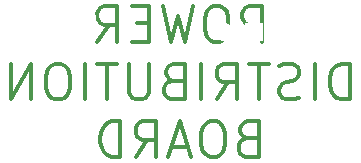
<source format=gbr>
G04 #@! TF.FileFunction,Legend,Bot*
%FSLAX46Y46*%
G04 Gerber Fmt 4.6, Leading zero omitted, Abs format (unit mm)*
G04 Created by KiCad (PCBNEW 4.0.7) date 05/11/18 12:47:43*
%MOMM*%
%LPD*%
G01*
G04 APERTURE LIST*
%ADD10C,0.100000*%
%ADD11C,0.375000*%
%ADD12R,1.600000X1.600000*%
%ADD13C,1.600000*%
%ADD14R,1.800000X1.800000*%
%ADD15O,1.800000X1.800000*%
%ADD16R,3.750000X3.750000*%
%ADD17C,3.750000*%
%ADD18C,3.000000*%
%ADD19C,0.254000*%
G04 APERTURE END LIST*
D10*
D11*
X148178571Y-82632143D02*
X148178571Y-79632143D01*
X147035714Y-79632143D01*
X146750000Y-79775000D01*
X146607143Y-79917857D01*
X146464286Y-80203571D01*
X146464286Y-80632143D01*
X146607143Y-80917857D01*
X146750000Y-81060714D01*
X147035714Y-81203571D01*
X148178571Y-81203571D01*
X144607143Y-79632143D02*
X144035714Y-79632143D01*
X143750000Y-79775000D01*
X143464286Y-80060714D01*
X143321428Y-80632143D01*
X143321428Y-81632143D01*
X143464286Y-82203571D01*
X143750000Y-82489286D01*
X144035714Y-82632143D01*
X144607143Y-82632143D01*
X144892857Y-82489286D01*
X145178571Y-82203571D01*
X145321428Y-81632143D01*
X145321428Y-80632143D01*
X145178571Y-80060714D01*
X144892857Y-79775000D01*
X144607143Y-79632143D01*
X142321429Y-79632143D02*
X141607143Y-82632143D01*
X141035714Y-80489286D01*
X140464286Y-82632143D01*
X139750000Y-79632143D01*
X138607143Y-81060714D02*
X137607143Y-81060714D01*
X137178572Y-82632143D02*
X138607143Y-82632143D01*
X138607143Y-79632143D01*
X137178572Y-79632143D01*
X134178572Y-82632143D02*
X135178572Y-81203571D01*
X135892857Y-82632143D02*
X135892857Y-79632143D01*
X134750000Y-79632143D01*
X134464286Y-79775000D01*
X134321429Y-79917857D01*
X134178572Y-80203571D01*
X134178572Y-80632143D01*
X134321429Y-80917857D01*
X134464286Y-81060714D01*
X134750000Y-81203571D01*
X135892857Y-81203571D01*
X155607141Y-87507143D02*
X155607141Y-84507143D01*
X154892856Y-84507143D01*
X154464284Y-84650000D01*
X154178570Y-84935714D01*
X154035713Y-85221429D01*
X153892856Y-85792857D01*
X153892856Y-86221429D01*
X154035713Y-86792857D01*
X154178570Y-87078571D01*
X154464284Y-87364286D01*
X154892856Y-87507143D01*
X155607141Y-87507143D01*
X152607141Y-87507143D02*
X152607141Y-84507143D01*
X151321427Y-87364286D02*
X150892856Y-87507143D01*
X150178570Y-87507143D01*
X149892856Y-87364286D01*
X149749999Y-87221429D01*
X149607142Y-86935714D01*
X149607142Y-86650000D01*
X149749999Y-86364286D01*
X149892856Y-86221429D01*
X150178570Y-86078571D01*
X150749999Y-85935714D01*
X151035713Y-85792857D01*
X151178570Y-85650000D01*
X151321427Y-85364286D01*
X151321427Y-85078571D01*
X151178570Y-84792857D01*
X151035713Y-84650000D01*
X150749999Y-84507143D01*
X150035713Y-84507143D01*
X149607142Y-84650000D01*
X148749999Y-84507143D02*
X147035713Y-84507143D01*
X147892856Y-87507143D02*
X147892856Y-84507143D01*
X144321428Y-87507143D02*
X145321428Y-86078571D01*
X146035713Y-87507143D02*
X146035713Y-84507143D01*
X144892856Y-84507143D01*
X144607142Y-84650000D01*
X144464285Y-84792857D01*
X144321428Y-85078571D01*
X144321428Y-85507143D01*
X144464285Y-85792857D01*
X144607142Y-85935714D01*
X144892856Y-86078571D01*
X146035713Y-86078571D01*
X143035713Y-87507143D02*
X143035713Y-84507143D01*
X140607142Y-85935714D02*
X140178571Y-86078571D01*
X140035714Y-86221429D01*
X139892857Y-86507143D01*
X139892857Y-86935714D01*
X140035714Y-87221429D01*
X140178571Y-87364286D01*
X140464285Y-87507143D01*
X141607142Y-87507143D01*
X141607142Y-84507143D01*
X140607142Y-84507143D01*
X140321428Y-84650000D01*
X140178571Y-84792857D01*
X140035714Y-85078571D01*
X140035714Y-85364286D01*
X140178571Y-85650000D01*
X140321428Y-85792857D01*
X140607142Y-85935714D01*
X141607142Y-85935714D01*
X138607142Y-84507143D02*
X138607142Y-86935714D01*
X138464285Y-87221429D01*
X138321428Y-87364286D01*
X138035714Y-87507143D01*
X137464285Y-87507143D01*
X137178571Y-87364286D01*
X137035714Y-87221429D01*
X136892857Y-86935714D01*
X136892857Y-84507143D01*
X135892857Y-84507143D02*
X134178571Y-84507143D01*
X135035714Y-87507143D02*
X135035714Y-84507143D01*
X133178571Y-87507143D02*
X133178571Y-84507143D01*
X131178572Y-84507143D02*
X130607143Y-84507143D01*
X130321429Y-84650000D01*
X130035715Y-84935714D01*
X129892857Y-85507143D01*
X129892857Y-86507143D01*
X130035715Y-87078571D01*
X130321429Y-87364286D01*
X130607143Y-87507143D01*
X131178572Y-87507143D01*
X131464286Y-87364286D01*
X131750000Y-87078571D01*
X131892857Y-86507143D01*
X131892857Y-85507143D01*
X131750000Y-84935714D01*
X131464286Y-84650000D01*
X131178572Y-84507143D01*
X128607143Y-87507143D02*
X128607143Y-84507143D01*
X126892858Y-87507143D01*
X126892858Y-84507143D01*
X146892857Y-90810714D02*
X146464286Y-90953571D01*
X146321429Y-91096429D01*
X146178572Y-91382143D01*
X146178572Y-91810714D01*
X146321429Y-92096429D01*
X146464286Y-92239286D01*
X146750000Y-92382143D01*
X147892857Y-92382143D01*
X147892857Y-89382143D01*
X146892857Y-89382143D01*
X146607143Y-89525000D01*
X146464286Y-89667857D01*
X146321429Y-89953571D01*
X146321429Y-90239286D01*
X146464286Y-90525000D01*
X146607143Y-90667857D01*
X146892857Y-90810714D01*
X147892857Y-90810714D01*
X144321429Y-89382143D02*
X143750000Y-89382143D01*
X143464286Y-89525000D01*
X143178572Y-89810714D01*
X143035714Y-90382143D01*
X143035714Y-91382143D01*
X143178572Y-91953571D01*
X143464286Y-92239286D01*
X143750000Y-92382143D01*
X144321429Y-92382143D01*
X144607143Y-92239286D01*
X144892857Y-91953571D01*
X145035714Y-91382143D01*
X145035714Y-90382143D01*
X144892857Y-89810714D01*
X144607143Y-89525000D01*
X144321429Y-89382143D01*
X141892857Y-91525000D02*
X140464286Y-91525000D01*
X142178572Y-92382143D02*
X141178572Y-89382143D01*
X140178572Y-92382143D01*
X137464286Y-92382143D02*
X138464286Y-90953571D01*
X139178571Y-92382143D02*
X139178571Y-89382143D01*
X138035714Y-89382143D01*
X137750000Y-89525000D01*
X137607143Y-89667857D01*
X137464286Y-89953571D01*
X137464286Y-90382143D01*
X137607143Y-90667857D01*
X137750000Y-90810714D01*
X138035714Y-90953571D01*
X139178571Y-90953571D01*
X136178571Y-92382143D02*
X136178571Y-89382143D01*
X135464286Y-89382143D01*
X135035714Y-89525000D01*
X134750000Y-89810714D01*
X134607143Y-90096429D01*
X134464286Y-90667857D01*
X134464286Y-91096429D01*
X134607143Y-91667857D01*
X134750000Y-91953571D01*
X135035714Y-92239286D01*
X135464286Y-92382143D01*
X136178571Y-92382143D01*
%LPC*%
D12*
X163580000Y-88370000D03*
D13*
X166080000Y-88370000D03*
D12*
X147450000Y-81790000D03*
D13*
X144950000Y-81790000D03*
D12*
X156300000Y-81080000D03*
D13*
X156300000Y-83080000D03*
D12*
X126490000Y-119510000D03*
D13*
X122990000Y-119510000D03*
D12*
X133350000Y-81150000D03*
D13*
X129850000Y-81150000D03*
D14*
X106600000Y-136600000D03*
D15*
X106600000Y-131520000D03*
D14*
X122300000Y-74930000D03*
D15*
X122300000Y-80010000D03*
D12*
X153290000Y-119510000D03*
D13*
X151290000Y-119510000D03*
D16*
X181500000Y-106800000D03*
D17*
X181500000Y-112500000D03*
X181500000Y-118200000D03*
X175800000Y-106800000D03*
X175800000Y-112500000D03*
X175800000Y-118200000D03*
D18*
X175470000Y-101625000D03*
X175470000Y-123375000D03*
D16*
X181500000Y-63600000D03*
D17*
X181500000Y-69300000D03*
X181500000Y-75000000D03*
X181500000Y-80700000D03*
X175800000Y-63600000D03*
X175800000Y-69300000D03*
X175800000Y-75000000D03*
X175800000Y-80700000D03*
D18*
X175470000Y-58425000D03*
X175470000Y-85875000D03*
D16*
X157700000Y-135500000D03*
D17*
X152000000Y-135500000D03*
X146300000Y-135500000D03*
X140600000Y-135500000D03*
X157700000Y-129800000D03*
X152000000Y-129800000D03*
X146300000Y-129800000D03*
X140600000Y-129800000D03*
D18*
X162875000Y-129470000D03*
X135425000Y-129470000D03*
D16*
X104300000Y-75900000D03*
D17*
X104300000Y-70200000D03*
X110000000Y-75900000D03*
X110000000Y-70200000D03*
D18*
X110330000Y-81075000D03*
X110330000Y-65025000D03*
D16*
X104300000Y-96600000D03*
D17*
X104300000Y-90900000D03*
X110000000Y-96600000D03*
X110000000Y-90900000D03*
D18*
X110330000Y-101775000D03*
X110330000Y-85725000D03*
D16*
X104300000Y-117600000D03*
D17*
X104300000Y-111900000D03*
X110000000Y-117600000D03*
X110000000Y-111900000D03*
D18*
X110330000Y-122775000D03*
X110330000Y-106725000D03*
D16*
X143300000Y-55300000D03*
D17*
X149000000Y-55300000D03*
X154700000Y-55300000D03*
X160400000Y-55300000D03*
X143300000Y-61000000D03*
X149000000Y-61000000D03*
X154700000Y-61000000D03*
X160400000Y-61000000D03*
D18*
X138125000Y-61330000D03*
X165575000Y-61330000D03*
D19*
G36*
X127692755Y-98626793D02*
X127700000Y-98627000D01*
X128554020Y-98627000D01*
X129092883Y-99076053D01*
X129381086Y-99844593D01*
X129407804Y-99887344D01*
X129449049Y-99916332D01*
X129502267Y-99926980D01*
X135028868Y-99828291D01*
X135182134Y-100083734D01*
X133396818Y-100173000D01*
X129400000Y-100173000D01*
X129350590Y-100183006D01*
X129294330Y-100229553D01*
X128710172Y-101105790D01*
X128264822Y-101373000D01*
X123900000Y-101373000D01*
X123850590Y-101383006D01*
X123810197Y-101410197D01*
X121938975Y-103281419D01*
X120855277Y-103462035D01*
X120027000Y-102357667D01*
X120027000Y-102009029D01*
X120119737Y-101359869D01*
X122664930Y-98814676D01*
X124212051Y-98427896D01*
X127692755Y-98626793D01*
X127692755Y-98626793D01*
G37*
X127692755Y-98626793D02*
X127700000Y-98627000D01*
X128554020Y-98627000D01*
X129092883Y-99076053D01*
X129381086Y-99844593D01*
X129407804Y-99887344D01*
X129449049Y-99916332D01*
X129502267Y-99926980D01*
X135028868Y-99828291D01*
X135182134Y-100083734D01*
X133396818Y-100173000D01*
X129400000Y-100173000D01*
X129350590Y-100183006D01*
X129294330Y-100229553D01*
X128710172Y-101105790D01*
X128264822Y-101373000D01*
X123900000Y-101373000D01*
X123850590Y-101383006D01*
X123810197Y-101410197D01*
X121938975Y-103281419D01*
X120855277Y-103462035D01*
X120027000Y-102357667D01*
X120027000Y-102009029D01*
X120119737Y-101359869D01*
X122664930Y-98814676D01*
X124212051Y-98427896D01*
X127692755Y-98626793D01*
G36*
X130124768Y-101404374D02*
X130410197Y-101689803D01*
X130416370Y-101695577D01*
X132816370Y-103795577D01*
X132860144Y-103820584D01*
X132900000Y-103827000D01*
X137551715Y-103827000D01*
X138388029Y-104570390D01*
X138569428Y-105205285D01*
X138483007Y-105637387D01*
X138410197Y-105710197D01*
X138376792Y-105769198D01*
X138287728Y-106125454D01*
X137940288Y-106386034D01*
X137659839Y-106479517D01*
X137629553Y-106494330D01*
X137376299Y-106663166D01*
X137030802Y-106576792D01*
X136997461Y-106573025D01*
X132023233Y-106672510D01*
X131570396Y-106491375D01*
X128416777Y-103436306D01*
X128327000Y-102987423D01*
X128327000Y-102426067D01*
X128597106Y-101795820D01*
X129001580Y-101616054D01*
X129020447Y-101605670D01*
X129152143Y-101517873D01*
X129302231Y-101480351D01*
X129323009Y-101473197D01*
X129340122Y-101465591D01*
X129364135Y-101464875D01*
X129530802Y-101423208D01*
X129556796Y-101413592D01*
X129729980Y-101327000D01*
X129970020Y-101327000D01*
X130124768Y-101404374D01*
X130124768Y-101404374D01*
G37*
X130124768Y-101404374D02*
X130410197Y-101689803D01*
X130416370Y-101695577D01*
X132816370Y-103795577D01*
X132860144Y-103820584D01*
X132900000Y-103827000D01*
X137551715Y-103827000D01*
X138388029Y-104570390D01*
X138569428Y-105205285D01*
X138483007Y-105637387D01*
X138410197Y-105710197D01*
X138376792Y-105769198D01*
X138287728Y-106125454D01*
X137940288Y-106386034D01*
X137659839Y-106479517D01*
X137629553Y-106494330D01*
X137376299Y-106663166D01*
X137030802Y-106576792D01*
X136997461Y-106573025D01*
X132023233Y-106672510D01*
X131570396Y-106491375D01*
X128416777Y-103436306D01*
X128327000Y-102987423D01*
X128327000Y-102426067D01*
X128597106Y-101795820D01*
X129001580Y-101616054D01*
X129020447Y-101605670D01*
X129152143Y-101517873D01*
X129302231Y-101480351D01*
X129323009Y-101473197D01*
X129340122Y-101465591D01*
X129364135Y-101464875D01*
X129530802Y-101423208D01*
X129556796Y-101413592D01*
X129729980Y-101327000D01*
X129970020Y-101327000D01*
X130124768Y-101404374D01*
G36*
X147800342Y-96379948D02*
X148473921Y-97438430D01*
X148571381Y-101336832D01*
X147175069Y-102360794D01*
X146566533Y-102186927D01*
X145627000Y-101247394D01*
X145627000Y-98300000D01*
X145616994Y-98250590D01*
X145589803Y-98210197D01*
X144089803Y-96710197D01*
X144047789Y-96682334D01*
X144000000Y-96673000D01*
X136217789Y-96673000D01*
X135575967Y-96489622D01*
X135027000Y-95757667D01*
X135027000Y-94942333D01*
X135579336Y-94205885D01*
X136323030Y-93927000D01*
X145347394Y-93927000D01*
X147800342Y-96379948D01*
X147800342Y-96379948D01*
G37*
X147800342Y-96379948D02*
X148473921Y-97438430D01*
X148571381Y-101336832D01*
X147175069Y-102360794D01*
X146566533Y-102186927D01*
X145627000Y-101247394D01*
X145627000Y-98300000D01*
X145616994Y-98250590D01*
X145589803Y-98210197D01*
X144089803Y-96710197D01*
X144047789Y-96682334D01*
X144000000Y-96673000D01*
X136217789Y-96673000D01*
X135575967Y-96489622D01*
X135027000Y-95757667D01*
X135027000Y-94942333D01*
X135579336Y-94205885D01*
X136323030Y-93927000D01*
X145347394Y-93927000D01*
X147800342Y-96379948D01*
G36*
X139843706Y-99815105D02*
X140073000Y-99967968D01*
X140073000Y-107440517D01*
X139518697Y-107902436D01*
X139487144Y-107941754D01*
X139473439Y-108010547D01*
X139569934Y-109168483D01*
X139099971Y-109920423D01*
X131410197Y-117610197D01*
X131382334Y-117652211D01*
X131373000Y-117700000D01*
X131373000Y-120500000D01*
X131383006Y-120549410D01*
X131418697Y-120597564D01*
X133171970Y-122058625D01*
X133073580Y-127765257D01*
X132690405Y-128435814D01*
X132413904Y-128896650D01*
X131676970Y-129173000D01*
X131314465Y-129173000D01*
X130100444Y-128892841D01*
X129827000Y-127981360D01*
X129827000Y-127433727D01*
X130210267Y-126763010D01*
X130226945Y-126696266D01*
X130126945Y-123296266D01*
X130115491Y-123247172D01*
X130089803Y-123210197D01*
X129100029Y-122220423D01*
X128627000Y-121463576D01*
X128627000Y-117010511D01*
X128723015Y-116434423D01*
X128903268Y-115983789D01*
X129470447Y-115605670D01*
X129488564Y-115591024D01*
X136888564Y-108391024D01*
X136913592Y-108356796D01*
X137113592Y-107956796D01*
X137127000Y-107900000D01*
X137127000Y-107778490D01*
X137656796Y-107513592D01*
X137665341Y-107508902D01*
X138120233Y-107235967D01*
X138455674Y-107319827D01*
X138843204Y-107513592D01*
X138891872Y-107526740D01*
X138941822Y-107519916D01*
X138989803Y-107489803D01*
X139289803Y-107189803D01*
X139317666Y-107147789D01*
X139327000Y-107100000D01*
X139327000Y-106800000D01*
X139326985Y-106798046D01*
X139227377Y-100323517D01*
X139403268Y-99883789D01*
X139618765Y-99740125D01*
X139843706Y-99815105D01*
X139843706Y-99815105D01*
G37*
X139843706Y-99815105D02*
X140073000Y-99967968D01*
X140073000Y-107440517D01*
X139518697Y-107902436D01*
X139487144Y-107941754D01*
X139473439Y-108010547D01*
X139569934Y-109168483D01*
X139099971Y-109920423D01*
X131410197Y-117610197D01*
X131382334Y-117652211D01*
X131373000Y-117700000D01*
X131373000Y-120500000D01*
X131383006Y-120549410D01*
X131418697Y-120597564D01*
X133171970Y-122058625D01*
X133073580Y-127765257D01*
X132690405Y-128435814D01*
X132413904Y-128896650D01*
X131676970Y-129173000D01*
X131314465Y-129173000D01*
X130100444Y-128892841D01*
X129827000Y-127981360D01*
X129827000Y-127433727D01*
X130210267Y-126763010D01*
X130226945Y-126696266D01*
X130126945Y-123296266D01*
X130115491Y-123247172D01*
X130089803Y-123210197D01*
X129100029Y-122220423D01*
X128627000Y-121463576D01*
X128627000Y-117010511D01*
X128723015Y-116434423D01*
X128903268Y-115983789D01*
X129470447Y-115605670D01*
X129488564Y-115591024D01*
X136888564Y-108391024D01*
X136913592Y-108356796D01*
X137113592Y-107956796D01*
X137127000Y-107900000D01*
X137127000Y-107778490D01*
X137656796Y-107513592D01*
X137665341Y-107508902D01*
X138120233Y-107235967D01*
X138455674Y-107319827D01*
X138843204Y-107513592D01*
X138891872Y-107526740D01*
X138941822Y-107519916D01*
X138989803Y-107489803D01*
X139289803Y-107189803D01*
X139317666Y-107147789D01*
X139327000Y-107100000D01*
X139327000Y-106800000D01*
X139326985Y-106798046D01*
X139227377Y-100323517D01*
X139403268Y-99883789D01*
X139618765Y-99740125D01*
X139843706Y-99815105D01*
G36*
X126931396Y-107011002D02*
X129173000Y-109252606D01*
X129173000Y-114644395D01*
X127913858Y-115806680D01*
X127884338Y-115847546D01*
X127873000Y-115900000D01*
X127873000Y-119900000D01*
X127882900Y-119948889D01*
X126948872Y-120967829D01*
X125961088Y-120878030D01*
X125125967Y-119950118D01*
X125027379Y-115316463D01*
X125212260Y-114669380D01*
X126385817Y-113593619D01*
X126415479Y-113552855D01*
X126427000Y-113500000D01*
X126427000Y-110500000D01*
X126416994Y-110450590D01*
X126397144Y-110418195D01*
X124827000Y-108553649D01*
X124827000Y-107833727D01*
X125191190Y-107196395D01*
X125738360Y-106922810D01*
X126388282Y-106829964D01*
X126931396Y-107011002D01*
X126931396Y-107011002D01*
G37*
X126931396Y-107011002D02*
X129173000Y-109252606D01*
X129173000Y-114644395D01*
X127913858Y-115806680D01*
X127884338Y-115847546D01*
X127873000Y-115900000D01*
X127873000Y-119900000D01*
X127882900Y-119948889D01*
X126948872Y-120967829D01*
X125961088Y-120878030D01*
X125125967Y-119950118D01*
X125027379Y-115316463D01*
X125212260Y-114669380D01*
X126385817Y-113593619D01*
X126415479Y-113552855D01*
X126427000Y-113500000D01*
X126427000Y-110500000D01*
X126416994Y-110450590D01*
X126397144Y-110418195D01*
X124827000Y-108553649D01*
X124827000Y-107833727D01*
X125191190Y-107196395D01*
X125738360Y-106922810D01*
X126388282Y-106829964D01*
X126931396Y-107011002D01*
G36*
X150410034Y-115700798D02*
X151056926Y-116902168D01*
X150600515Y-117814990D01*
X149938633Y-118287763D01*
X148980272Y-118671107D01*
X146409740Y-118473374D01*
X146403341Y-118473044D01*
X142679514Y-118375049D01*
X142130026Y-117276073D01*
X142221202Y-116364315D01*
X142757630Y-115917292D01*
X143613942Y-115727000D01*
X148600000Y-115727000D01*
X148651580Y-115716054D01*
X149502599Y-115337823D01*
X150410034Y-115700798D01*
X150410034Y-115700798D01*
G37*
X150410034Y-115700798D02*
X151056926Y-116902168D01*
X150600515Y-117814990D01*
X149938633Y-118287763D01*
X148980272Y-118671107D01*
X146409740Y-118473374D01*
X146403341Y-118473044D01*
X142679514Y-118375049D01*
X142130026Y-117276073D01*
X142221202Y-116364315D01*
X142757630Y-115917292D01*
X143613942Y-115727000D01*
X148600000Y-115727000D01*
X148651580Y-115716054D01*
X149502599Y-115337823D01*
X150410034Y-115700798D01*
G36*
X144156293Y-110819301D02*
X144603991Y-110998380D01*
X144883269Y-111650028D01*
X144911929Y-111691501D01*
X144936008Y-111709700D01*
X145960269Y-112307186D01*
X145829553Y-112394330D01*
X145793992Y-112430063D01*
X145775134Y-112476816D01*
X145775952Y-112527222D01*
X145796316Y-112573339D01*
X145818697Y-112597564D01*
X146402167Y-113083789D01*
X146667041Y-113525245D01*
X146579209Y-114052234D01*
X146213038Y-114601491D01*
X146043204Y-114686408D01*
X146036990Y-114689733D01*
X145366273Y-115073000D01*
X144820610Y-115073000D01*
X144551359Y-114983250D01*
X143686205Y-114502608D01*
X142902709Y-113425302D01*
X142894921Y-113415626D01*
X142131910Y-112557238D01*
X142226370Y-111612637D01*
X142221330Y-111562476D01*
X142205670Y-111529553D01*
X141855512Y-111004317D01*
X142063500Y-110727000D01*
X143100000Y-110727000D01*
X143124907Y-110724534D01*
X143591835Y-110631148D01*
X144156293Y-110819301D01*
X144156293Y-110819301D01*
G37*
X144156293Y-110819301D02*
X144603991Y-110998380D01*
X144883269Y-111650028D01*
X144911929Y-111691501D01*
X144936008Y-111709700D01*
X145960269Y-112307186D01*
X145829553Y-112394330D01*
X145793992Y-112430063D01*
X145775134Y-112476816D01*
X145775952Y-112527222D01*
X145796316Y-112573339D01*
X145818697Y-112597564D01*
X146402167Y-113083789D01*
X146667041Y-113525245D01*
X146579209Y-114052234D01*
X146213038Y-114601491D01*
X146043204Y-114686408D01*
X146036990Y-114689733D01*
X145366273Y-115073000D01*
X144820610Y-115073000D01*
X144551359Y-114983250D01*
X143686205Y-114502608D01*
X142902709Y-113425302D01*
X142894921Y-113415626D01*
X142131910Y-112557238D01*
X142226370Y-111612637D01*
X142221330Y-111562476D01*
X142205670Y-111529553D01*
X141855512Y-111004317D01*
X142063500Y-110727000D01*
X143100000Y-110727000D01*
X143124907Y-110724534D01*
X143591835Y-110631148D01*
X144156293Y-110819301D01*
G36*
X150506394Y-108693606D02*
X151070277Y-109727393D01*
X150978175Y-110832619D01*
X150251527Y-111377605D01*
X149428582Y-111469043D01*
X148465341Y-110891098D01*
X148400000Y-110873000D01*
X146124459Y-110873000D01*
X145207458Y-110506200D01*
X145027000Y-109784366D01*
X145027000Y-109229980D01*
X145308470Y-108667040D01*
X145574546Y-108312272D01*
X145917368Y-108226567D01*
X149469270Y-108127903D01*
X150506394Y-108693606D01*
X150506394Y-108693606D01*
G37*
X150506394Y-108693606D02*
X151070277Y-109727393D01*
X150978175Y-110832619D01*
X150251527Y-111377605D01*
X149428582Y-111469043D01*
X148465341Y-110891098D01*
X148400000Y-110873000D01*
X146124459Y-110873000D01*
X145207458Y-110506200D01*
X145027000Y-109784366D01*
X145027000Y-109229980D01*
X145308470Y-108667040D01*
X145574546Y-108312272D01*
X145917368Y-108226567D01*
X149469270Y-108127903D01*
X150506394Y-108693606D01*
G36*
X178860197Y-51539803D02*
X178902211Y-51567666D01*
X178950000Y-51577000D01*
X182072476Y-51577000D01*
X183873000Y-55080723D01*
X183873000Y-107801442D01*
X183883006Y-107850852D01*
X183911447Y-107892477D01*
X183923000Y-107899911D01*
X183923000Y-119297563D01*
X183877744Y-120474228D01*
X179174996Y-120521730D01*
X178978958Y-108073333D01*
X179988293Y-108044217D01*
X180037394Y-108032791D01*
X180078181Y-108003162D01*
X180104227Y-107959998D01*
X180111631Y-107917060D01*
X180111219Y-107668294D01*
X180101131Y-107618900D01*
X180072622Y-107577323D01*
X180030182Y-107550113D01*
X179998676Y-107542330D01*
X179077223Y-107436747D01*
X179177000Y-56700250D01*
X179167091Y-56650820D01*
X179138732Y-56609140D01*
X179096392Y-56581776D01*
X179050000Y-56573000D01*
X168400000Y-56573000D01*
X168399490Y-56573001D01*
X161255865Y-56601690D01*
X161206495Y-56611894D01*
X161164986Y-56640502D01*
X161137876Y-56683005D01*
X161132399Y-56756239D01*
X161294537Y-57485860D01*
X156195460Y-57922923D01*
X142115498Y-57723913D01*
X140118046Y-54965528D01*
X142022205Y-53156578D01*
X144473270Y-52029088D01*
X159190555Y-53126648D01*
X159240572Y-53120345D01*
X159289803Y-53089803D01*
X160802606Y-51577000D01*
X169237037Y-51577000D01*
X169286447Y-51566994D01*
X169325192Y-51541420D01*
X169651853Y-51226425D01*
X178447986Y-51127592D01*
X178860197Y-51539803D01*
X178860197Y-51539803D01*
G37*
X178860197Y-51539803D02*
X178902211Y-51567666D01*
X178950000Y-51577000D01*
X182072476Y-51577000D01*
X183873000Y-55080723D01*
X183873000Y-107801442D01*
X183883006Y-107850852D01*
X183911447Y-107892477D01*
X183923000Y-107899911D01*
X183923000Y-119297563D01*
X183877744Y-120474228D01*
X179174996Y-120521730D01*
X178978958Y-108073333D01*
X179988293Y-108044217D01*
X180037394Y-108032791D01*
X180078181Y-108003162D01*
X180104227Y-107959998D01*
X180111631Y-107917060D01*
X180111219Y-107668294D01*
X180101131Y-107618900D01*
X180072622Y-107577323D01*
X180030182Y-107550113D01*
X179998676Y-107542330D01*
X179077223Y-107436747D01*
X179177000Y-56700250D01*
X179167091Y-56650820D01*
X179138732Y-56609140D01*
X179096392Y-56581776D01*
X179050000Y-56573000D01*
X168400000Y-56573000D01*
X168399490Y-56573001D01*
X161255865Y-56601690D01*
X161206495Y-56611894D01*
X161164986Y-56640502D01*
X161137876Y-56683005D01*
X161132399Y-56756239D01*
X161294537Y-57485860D01*
X156195460Y-57922923D01*
X142115498Y-57723913D01*
X140118046Y-54965528D01*
X142022205Y-53156578D01*
X144473270Y-52029088D01*
X159190555Y-53126648D01*
X159240572Y-53120345D01*
X159289803Y-53089803D01*
X160802606Y-51577000D01*
X169237037Y-51577000D01*
X169286447Y-51566994D01*
X169325192Y-51541420D01*
X169651853Y-51226425D01*
X178447986Y-51127592D01*
X178860197Y-51539803D01*
G36*
X105673000Y-70734111D02*
X105673000Y-118368696D01*
X102926728Y-118277153D01*
X102827012Y-73305135D01*
X103120794Y-69779750D01*
X104651356Y-68969453D01*
X105673000Y-70734111D01*
X105673000Y-70734111D01*
G37*
X105673000Y-70734111D02*
X105673000Y-118368696D01*
X102926728Y-118277153D01*
X102827012Y-73305135D01*
X103120794Y-69779750D01*
X104651356Y-68969453D01*
X105673000Y-70734111D01*
M02*

</source>
